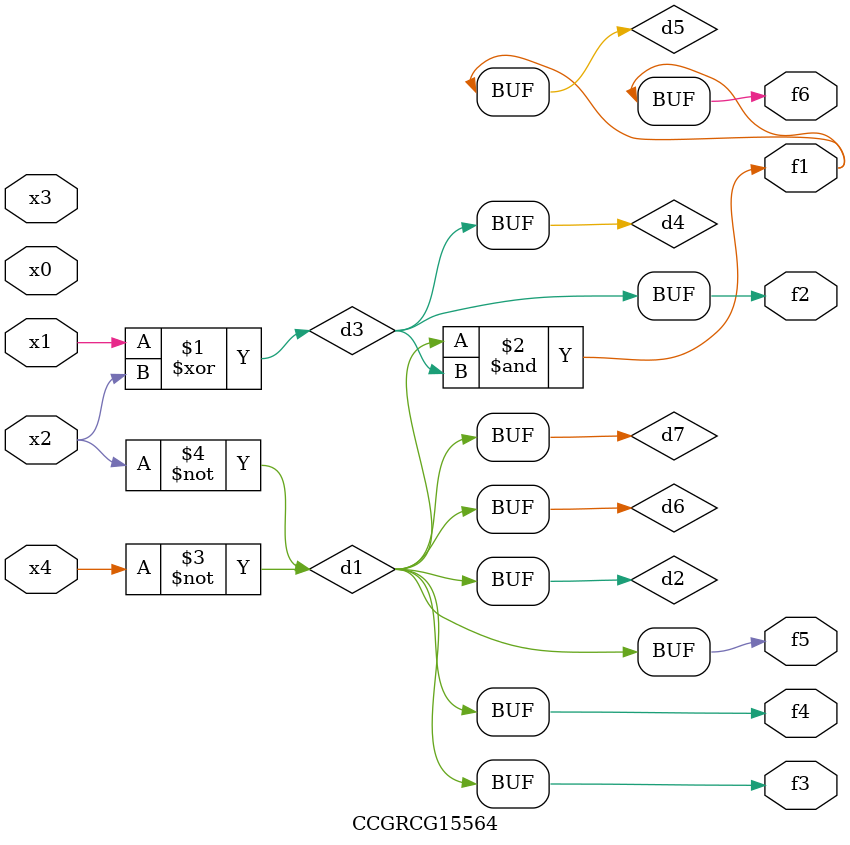
<source format=v>
module CCGRCG15564(
	input x0, x1, x2, x3, x4,
	output f1, f2, f3, f4, f5, f6
);

	wire d1, d2, d3, d4, d5, d6, d7;

	not (d1, x4);
	not (d2, x2);
	xor (d3, x1, x2);
	buf (d4, d3);
	and (d5, d1, d3);
	buf (d6, d1, d2);
	buf (d7, d2);
	assign f1 = d5;
	assign f2 = d4;
	assign f3 = d7;
	assign f4 = d7;
	assign f5 = d7;
	assign f6 = d5;
endmodule

</source>
